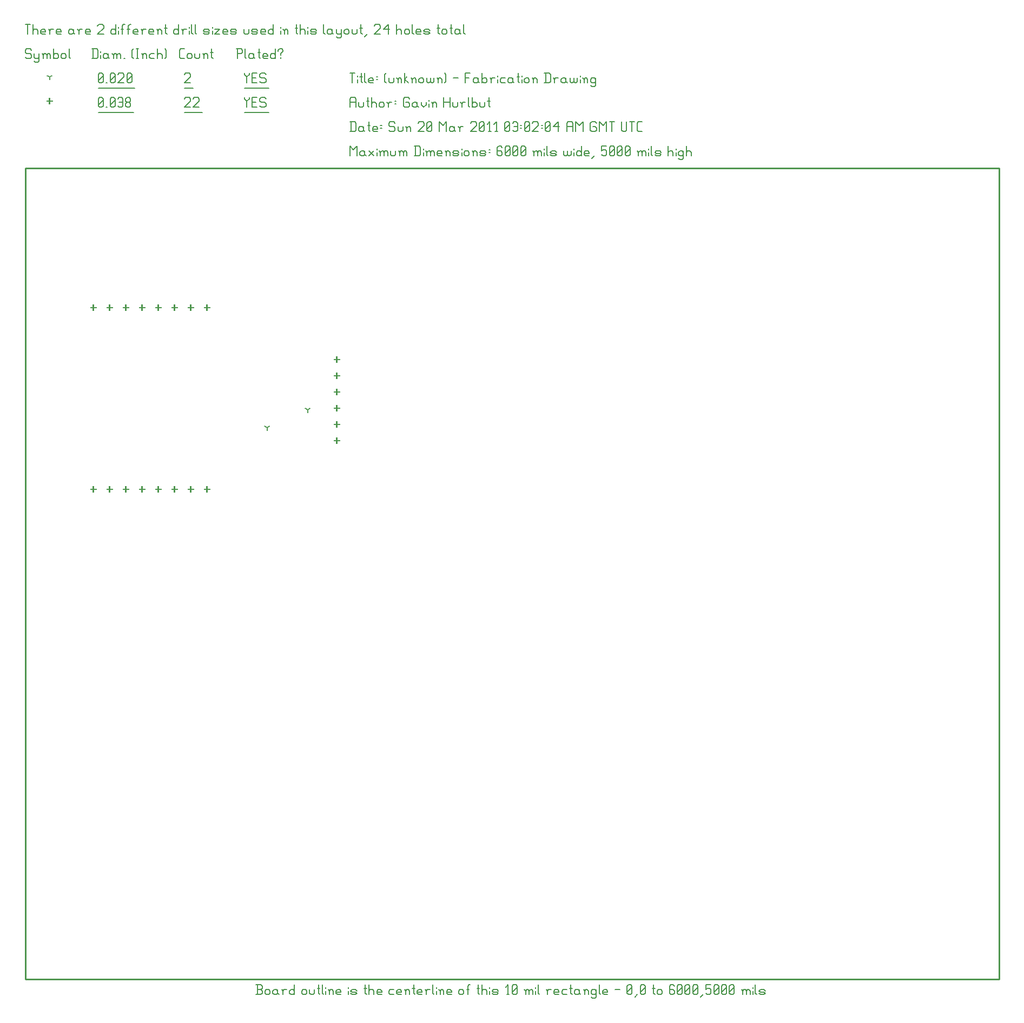
<source format=gbr>
G04 start of page 9 for group -3984 idx -3984 *
G04 Title: (unknown), fab *
G04 Creator: pcb 20091103 *
G04 CreationDate: Sun 20 Mar 2011 03:02:04 AM GMT UTC *
G04 For: gjhurlbu *
G04 Format: Gerber/RS-274X *
G04 PCB-Dimensions: 600000 500000 *
G04 PCB-Coordinate-Origin: lower left *
%MOIN*%
%FSLAX25Y25*%
%LNFAB*%
%ADD11C,0.0100*%
%ADD19R,0.0080X0.0080*%
%ADD20C,0.0060*%
G54D19*X42000Y303600D02*Y300400D01*
X40400Y302000D02*X43600D01*
X52000Y303600D02*Y300400D01*
X50400Y302000D02*X53600D01*
X62000Y303600D02*Y300400D01*
X60400Y302000D02*X63600D01*
X72000Y303600D02*Y300400D01*
X70400Y302000D02*X73600D01*
X82000Y303600D02*Y300400D01*
X80400Y302000D02*X83600D01*
X92000Y303600D02*Y300400D01*
X90400Y302000D02*X93600D01*
X102000Y303600D02*Y300400D01*
X100400Y302000D02*X103600D01*
X112000Y303600D02*Y300400D01*
X110400Y302000D02*X113600D01*
X42000Y415600D02*Y412400D01*
X40400Y414000D02*X43600D01*
X52000Y415600D02*Y412400D01*
X50400Y414000D02*X53600D01*
X62000Y415600D02*Y412400D01*
X60400Y414000D02*X63600D01*
X72000Y415600D02*Y412400D01*
X70400Y414000D02*X73600D01*
X82000Y415600D02*Y412400D01*
X80400Y414000D02*X83600D01*
X92000Y415600D02*Y412400D01*
X90400Y414000D02*X93600D01*
X102000Y415600D02*Y412400D01*
X100400Y414000D02*X103600D01*
X112000Y415600D02*Y412400D01*
X110400Y414000D02*X113600D01*
X192000Y383600D02*Y380400D01*
X190400Y382000D02*X193600D01*
X192000Y373600D02*Y370400D01*
X190400Y372000D02*X193600D01*
X192000Y363600D02*Y360400D01*
X190400Y362000D02*X193600D01*
X192000Y353600D02*Y350400D01*
X190400Y352000D02*X193600D01*
X192000Y343600D02*Y340400D01*
X190400Y342000D02*X193600D01*
X192000Y333600D02*Y330400D01*
X190400Y332000D02*X193600D01*
X15000Y542850D02*Y539650D01*
X13400Y541250D02*X16600D01*
G54D20*X135000Y543500D02*Y542750D01*
X136500Y541250D01*
X138000Y542750D01*
Y543500D02*Y542750D01*
X136500Y541250D02*Y537500D01*
X139801Y540500D02*X142051D01*
X139801Y537500D02*X142801D01*
X139801Y543500D02*Y537500D01*
Y543500D02*X142801D01*
X147603D02*X148353Y542750D01*
X145353Y543500D02*X147603D01*
X144603Y542750D02*X145353Y543500D01*
X144603Y542750D02*Y541250D01*
X145353Y540500D01*
X147603D01*
X148353Y539750D01*
Y538250D01*
X147603Y537500D02*X148353Y538250D01*
X145353Y537500D02*X147603D01*
X144603Y538250D02*X145353Y537500D01*
X135000Y534249D02*X150154D01*
X98000Y542750D02*X98750Y543500D01*
X101000D01*
X101750Y542750D01*
Y541250D01*
X98000Y537500D02*X101750Y541250D01*
X98000Y537500D02*X101750D01*
X103551Y542750D02*X104301Y543500D01*
X106551D01*
X107301Y542750D01*
Y541250D01*
X103551Y537500D02*X107301Y541250D01*
X103551Y537500D02*X107301D01*
X98000Y534249D02*X109103D01*
X45000Y538250D02*X45750Y537500D01*
X45000Y542750D02*Y538250D01*
Y542750D02*X45750Y543500D01*
X47250D01*
X48000Y542750D01*
Y538250D01*
X47250Y537500D02*X48000Y538250D01*
X45750Y537500D02*X47250D01*
X45000Y539000D02*X48000Y542000D01*
X49801Y537500D02*X50551D01*
X52353Y538250D02*X53103Y537500D01*
X52353Y542750D02*Y538250D01*
Y542750D02*X53103Y543500D01*
X54603D01*
X55353Y542750D01*
Y538250D01*
X54603Y537500D02*X55353Y538250D01*
X53103Y537500D02*X54603D01*
X52353Y539000D02*X55353Y542000D01*
X57154Y542750D02*X57904Y543500D01*
X59404D01*
X60154Y542750D01*
Y538250D01*
X59404Y537500D02*X60154Y538250D01*
X57904Y537500D02*X59404D01*
X57154Y538250D02*X57904Y537500D01*
Y540500D02*X60154D01*
X61956Y538250D02*X62706Y537500D01*
X61956Y539750D02*Y538250D01*
Y539750D02*X62706Y540500D01*
X64206D01*
X64956Y539750D01*
Y538250D01*
X64206Y537500D02*X64956Y538250D01*
X62706Y537500D02*X64206D01*
X61956Y541250D02*X62706Y540500D01*
X61956Y542750D02*Y541250D01*
Y542750D02*X62706Y543500D01*
X64206D01*
X64956Y542750D01*
Y541250D01*
X64206Y540500D02*X64956Y541250D01*
X45000Y534249D02*X66757D01*
X174000Y351000D02*Y349400D01*
Y351000D02*X175386Y351800D01*
X174000Y351000D02*X172614Y351800D01*
X149000Y340000D02*Y338400D01*
Y340000D02*X150386Y340800D01*
X149000Y340000D02*X147614Y340800D01*
X15000Y556250D02*Y554650D01*
Y556250D02*X16386Y557050D01*
X15000Y556250D02*X13614Y557050D01*
X135000Y558500D02*Y557750D01*
X136500Y556250D01*
X138000Y557750D01*
Y558500D02*Y557750D01*
X136500Y556250D02*Y552500D01*
X139801Y555500D02*X142051D01*
X139801Y552500D02*X142801D01*
X139801Y558500D02*Y552500D01*
Y558500D02*X142801D01*
X147603D02*X148353Y557750D01*
X145353Y558500D02*X147603D01*
X144603Y557750D02*X145353Y558500D01*
X144603Y557750D02*Y556250D01*
X145353Y555500D01*
X147603D01*
X148353Y554750D01*
Y553250D01*
X147603Y552500D02*X148353Y553250D01*
X145353Y552500D02*X147603D01*
X144603Y553250D02*X145353Y552500D01*
X135000Y549249D02*X150154D01*
X98000Y557750D02*X98750Y558500D01*
X101000D01*
X101750Y557750D01*
Y556250D01*
X98000Y552500D02*X101750Y556250D01*
X98000Y552500D02*X101750D01*
X98000Y549249D02*X103551D01*
X45000Y553250D02*X45750Y552500D01*
X45000Y557750D02*Y553250D01*
Y557750D02*X45750Y558500D01*
X47250D01*
X48000Y557750D01*
Y553250D01*
X47250Y552500D02*X48000Y553250D01*
X45750Y552500D02*X47250D01*
X45000Y554000D02*X48000Y557000D01*
X49801Y552500D02*X50551D01*
X52353Y553250D02*X53103Y552500D01*
X52353Y557750D02*Y553250D01*
Y557750D02*X53103Y558500D01*
X54603D01*
X55353Y557750D01*
Y553250D01*
X54603Y552500D02*X55353Y553250D01*
X53103Y552500D02*X54603D01*
X52353Y554000D02*X55353Y557000D01*
X57154Y557750D02*X57904Y558500D01*
X60154D01*
X60904Y557750D01*
Y556250D01*
X57154Y552500D02*X60904Y556250D01*
X57154Y552500D02*X60904D01*
X62706Y553250D02*X63456Y552500D01*
X62706Y557750D02*Y553250D01*
Y557750D02*X63456Y558500D01*
X64956D01*
X65706Y557750D01*
Y553250D01*
X64956Y552500D02*X65706Y553250D01*
X63456Y552500D02*X64956D01*
X62706Y554000D02*X65706Y557000D01*
X45000Y549249D02*X67507D01*
X3000Y573500D02*X3750Y572750D01*
X750Y573500D02*X3000D01*
X0Y572750D02*X750Y573500D01*
X0Y572750D02*Y571250D01*
X750Y570500D01*
X3000D01*
X3750Y569750D01*
Y568250D01*
X3000Y567500D02*X3750Y568250D01*
X750Y567500D02*X3000D01*
X0Y568250D02*X750Y567500D01*
X5551Y570500D02*Y568250D01*
X6301Y567500D01*
X8551Y570500D02*Y566000D01*
X7801Y565250D02*X8551Y566000D01*
X6301Y565250D02*X7801D01*
X5551Y566000D02*X6301Y565250D01*
Y567500D02*X7801D01*
X8551Y568250D01*
X11103Y569750D02*Y567500D01*
Y569750D02*X11853Y570500D01*
X12603D01*
X13353Y569750D01*
Y567500D01*
Y569750D02*X14103Y570500D01*
X14853D01*
X15603Y569750D01*
Y567500D01*
X10353Y570500D02*X11103Y569750D01*
X17404Y573500D02*Y567500D01*
Y568250D02*X18154Y567500D01*
X19654D01*
X20404Y568250D01*
Y569750D02*Y568250D01*
X19654Y570500D02*X20404Y569750D01*
X18154Y570500D02*X19654D01*
X17404Y569750D02*X18154Y570500D01*
X22206Y569750D02*Y568250D01*
Y569750D02*X22956Y570500D01*
X24456D01*
X25206Y569750D01*
Y568250D01*
X24456Y567500D02*X25206Y568250D01*
X22956Y567500D02*X24456D01*
X22206Y568250D02*X22956Y567500D01*
X27007Y573500D02*Y568250D01*
X27757Y567500D01*
X41750Y573500D02*Y567500D01*
X44000Y573500D02*X44750Y572750D01*
Y568250D01*
X44000Y567500D02*X44750Y568250D01*
X41000Y567500D02*X44000D01*
X41000Y573500D02*X44000D01*
X46551Y572000D02*Y571250D01*
Y569750D02*Y567500D01*
X50303Y570500D02*X51053Y569750D01*
X48803Y570500D02*X50303D01*
X48053Y569750D02*X48803Y570500D01*
X48053Y569750D02*Y568250D01*
X48803Y567500D01*
X51053Y570500D02*Y568250D01*
X51803Y567500D01*
X48803D02*X50303D01*
X51053Y568250D01*
X54354Y569750D02*Y567500D01*
Y569750D02*X55104Y570500D01*
X55854D01*
X56604Y569750D01*
Y567500D01*
Y569750D02*X57354Y570500D01*
X58104D01*
X58854Y569750D01*
Y567500D01*
X53604Y570500D02*X54354Y569750D01*
X60656Y567500D02*X61406D01*
X65907Y568250D02*X66657Y567500D01*
X65907Y572750D02*X66657Y573500D01*
X65907Y572750D02*Y568250D01*
X68459Y573500D02*X69959D01*
X69209D02*Y567500D01*
X68459D02*X69959D01*
X72510Y569750D02*Y567500D01*
Y569750D02*X73260Y570500D01*
X74010D01*
X74760Y569750D01*
Y567500D01*
X71760Y570500D02*X72510Y569750D01*
X77312Y570500D02*X79562D01*
X76562Y569750D02*X77312Y570500D01*
X76562Y569750D02*Y568250D01*
X77312Y567500D01*
X79562D01*
X81363Y573500D02*Y567500D01*
Y569750D02*X82113Y570500D01*
X83613D01*
X84363Y569750D01*
Y567500D01*
X86165Y573500D02*X86915Y572750D01*
Y568250D01*
X86165Y567500D02*X86915Y568250D01*
X95750Y567500D02*X98000D01*
X95000Y568250D02*X95750Y567500D01*
X95000Y572750D02*Y568250D01*
Y572750D02*X95750Y573500D01*
X98000D01*
X99801Y569750D02*Y568250D01*
Y569750D02*X100551Y570500D01*
X102051D01*
X102801Y569750D01*
Y568250D01*
X102051Y567500D02*X102801Y568250D01*
X100551Y567500D02*X102051D01*
X99801Y568250D02*X100551Y567500D01*
X104603Y570500D02*Y568250D01*
X105353Y567500D01*
X106853D01*
X107603Y568250D01*
Y570500D02*Y568250D01*
X110154Y569750D02*Y567500D01*
Y569750D02*X110904Y570500D01*
X111654D01*
X112404Y569750D01*
Y567500D01*
X109404Y570500D02*X110154Y569750D01*
X114956Y573500D02*Y568250D01*
X115706Y567500D01*
X114206Y571250D02*X115706D01*
X130750Y573500D02*Y567500D01*
X130000Y573500D02*X133000D01*
X133750Y572750D01*
Y571250D01*
X133000Y570500D02*X133750Y571250D01*
X130750Y570500D02*X133000D01*
X135551Y573500D02*Y568250D01*
X136301Y567500D01*
X140053Y570500D02*X140803Y569750D01*
X138553Y570500D02*X140053D01*
X137803Y569750D02*X138553Y570500D01*
X137803Y569750D02*Y568250D01*
X138553Y567500D01*
X140803Y570500D02*Y568250D01*
X141553Y567500D01*
X138553D02*X140053D01*
X140803Y568250D01*
X144104Y573500D02*Y568250D01*
X144854Y567500D01*
X143354Y571250D02*X144854D01*
X147106Y567500D02*X149356D01*
X146356Y568250D02*X147106Y567500D01*
X146356Y569750D02*Y568250D01*
Y569750D02*X147106Y570500D01*
X148606D01*
X149356Y569750D01*
X146356Y569000D02*X149356D01*
Y569750D02*Y569000D01*
X154157Y573500D02*Y567500D01*
X153407D02*X154157Y568250D01*
X151907Y567500D02*X153407D01*
X151157Y568250D02*X151907Y567500D01*
X151157Y569750D02*Y568250D01*
Y569750D02*X151907Y570500D01*
X153407D01*
X154157Y569750D01*
X157459Y570500D02*Y569750D01*
Y568250D02*Y567500D01*
X155959Y572750D02*Y572000D01*
Y572750D02*X156709Y573500D01*
X158209D01*
X158959Y572750D01*
Y572000D01*
X157459Y570500D02*X158959Y572000D01*
X0Y588500D02*X3000D01*
X1500D02*Y582500D01*
X4801Y588500D02*Y582500D01*
Y584750D02*X5551Y585500D01*
X7051D01*
X7801Y584750D01*
Y582500D01*
X10353D02*X12603D01*
X9603Y583250D02*X10353Y582500D01*
X9603Y584750D02*Y583250D01*
Y584750D02*X10353Y585500D01*
X11853D01*
X12603Y584750D01*
X9603Y584000D02*X12603D01*
Y584750D02*Y584000D01*
X15154Y584750D02*Y582500D01*
Y584750D02*X15904Y585500D01*
X17404D01*
X14404D02*X15154Y584750D01*
X19956Y582500D02*X22206D01*
X19206Y583250D02*X19956Y582500D01*
X19206Y584750D02*Y583250D01*
Y584750D02*X19956Y585500D01*
X21456D01*
X22206Y584750D01*
X19206Y584000D02*X22206D01*
Y584750D02*Y584000D01*
X28957Y585500D02*X29707Y584750D01*
X27457Y585500D02*X28957D01*
X26707Y584750D02*X27457Y585500D01*
X26707Y584750D02*Y583250D01*
X27457Y582500D01*
X29707Y585500D02*Y583250D01*
X30457Y582500D01*
X27457D02*X28957D01*
X29707Y583250D01*
X33009Y584750D02*Y582500D01*
Y584750D02*X33759Y585500D01*
X35259D01*
X32259D02*X33009Y584750D01*
X37810Y582500D02*X40060D01*
X37060Y583250D02*X37810Y582500D01*
X37060Y584750D02*Y583250D01*
Y584750D02*X37810Y585500D01*
X39310D01*
X40060Y584750D01*
X37060Y584000D02*X40060D01*
Y584750D02*Y584000D01*
X44562Y587750D02*X45312Y588500D01*
X47562D01*
X48312Y587750D01*
Y586250D01*
X44562Y582500D02*X48312Y586250D01*
X44562Y582500D02*X48312D01*
X55813Y588500D02*Y582500D01*
X55063D02*X55813Y583250D01*
X53563Y582500D02*X55063D01*
X52813Y583250D02*X53563Y582500D01*
X52813Y584750D02*Y583250D01*
Y584750D02*X53563Y585500D01*
X55063D01*
X55813Y584750D01*
X57615Y587000D02*Y586250D01*
Y584750D02*Y582500D01*
X59866Y587750D02*Y582500D01*
Y587750D02*X60616Y588500D01*
X61366D01*
X59116Y585500D02*X60616D01*
X63618Y587750D02*Y582500D01*
Y587750D02*X64368Y588500D01*
X65118D01*
X62868Y585500D02*X64368D01*
X67369Y582500D02*X69619D01*
X66619Y583250D02*X67369Y582500D01*
X66619Y584750D02*Y583250D01*
Y584750D02*X67369Y585500D01*
X68869D01*
X69619Y584750D01*
X66619Y584000D02*X69619D01*
Y584750D02*Y584000D01*
X72171Y584750D02*Y582500D01*
Y584750D02*X72921Y585500D01*
X74421D01*
X71421D02*X72171Y584750D01*
X76972Y582500D02*X79222D01*
X76222Y583250D02*X76972Y582500D01*
X76222Y584750D02*Y583250D01*
Y584750D02*X76972Y585500D01*
X78472D01*
X79222Y584750D01*
X76222Y584000D02*X79222D01*
Y584750D02*Y584000D01*
X81774Y584750D02*Y582500D01*
Y584750D02*X82524Y585500D01*
X83274D01*
X84024Y584750D01*
Y582500D01*
X81024Y585500D02*X81774Y584750D01*
X86575Y588500D02*Y583250D01*
X87325Y582500D01*
X85825Y586250D02*X87325D01*
X94527Y588500D02*Y582500D01*
X93777D02*X94527Y583250D01*
X92277Y582500D02*X93777D01*
X91527Y583250D02*X92277Y582500D01*
X91527Y584750D02*Y583250D01*
Y584750D02*X92277Y585500D01*
X93777D01*
X94527Y584750D01*
X97078D02*Y582500D01*
Y584750D02*X97828Y585500D01*
X99328D01*
X96328D02*X97078Y584750D01*
X101130Y587000D02*Y586250D01*
Y584750D02*Y582500D01*
X102631Y588500D02*Y583250D01*
X103381Y582500D01*
X104883Y588500D02*Y583250D01*
X105633Y582500D01*
X110584D02*X112834D01*
X113584Y583250D01*
X112834Y584000D02*X113584Y583250D01*
X110584Y584000D02*X112834D01*
X109834Y584750D02*X110584Y584000D01*
X109834Y584750D02*X110584Y585500D01*
X112834D01*
X113584Y584750D01*
X109834Y583250D02*X110584Y582500D01*
X115386Y587000D02*Y586250D01*
Y584750D02*Y582500D01*
X116887Y585500D02*X119887D01*
X116887Y582500D02*X119887Y585500D01*
X116887Y582500D02*X119887D01*
X122439D02*X124689D01*
X121689Y583250D02*X122439Y582500D01*
X121689Y584750D02*Y583250D01*
Y584750D02*X122439Y585500D01*
X123939D01*
X124689Y584750D01*
X121689Y584000D02*X124689D01*
Y584750D02*Y584000D01*
X127240Y582500D02*X129490D01*
X130240Y583250D01*
X129490Y584000D02*X130240Y583250D01*
X127240Y584000D02*X129490D01*
X126490Y584750D02*X127240Y584000D01*
X126490Y584750D02*X127240Y585500D01*
X129490D01*
X130240Y584750D01*
X126490Y583250D02*X127240Y582500D01*
X134742Y585500D02*Y583250D01*
X135492Y582500D01*
X136992D01*
X137742Y583250D01*
Y585500D02*Y583250D01*
X140293Y582500D02*X142543D01*
X143293Y583250D01*
X142543Y584000D02*X143293Y583250D01*
X140293Y584000D02*X142543D01*
X139543Y584750D02*X140293Y584000D01*
X139543Y584750D02*X140293Y585500D01*
X142543D01*
X143293Y584750D01*
X139543Y583250D02*X140293Y582500D01*
X145845D02*X148095D01*
X145095Y583250D02*X145845Y582500D01*
X145095Y584750D02*Y583250D01*
Y584750D02*X145845Y585500D01*
X147345D01*
X148095Y584750D01*
X145095Y584000D02*X148095D01*
Y584750D02*Y584000D01*
X152896Y588500D02*Y582500D01*
X152146D02*X152896Y583250D01*
X150646Y582500D02*X152146D01*
X149896Y583250D02*X150646Y582500D01*
X149896Y584750D02*Y583250D01*
Y584750D02*X150646Y585500D01*
X152146D01*
X152896Y584750D01*
X157398Y587000D02*Y586250D01*
Y584750D02*Y582500D01*
X159649Y584750D02*Y582500D01*
Y584750D02*X160399Y585500D01*
X161149D01*
X161899Y584750D01*
Y582500D01*
X158899Y585500D02*X159649Y584750D01*
X167151Y588500D02*Y583250D01*
X167901Y582500D01*
X166401Y586250D02*X167901D01*
X169402Y588500D02*Y582500D01*
Y584750D02*X170152Y585500D01*
X171652D01*
X172402Y584750D01*
Y582500D01*
X174204Y587000D02*Y586250D01*
Y584750D02*Y582500D01*
X176455D02*X178705D01*
X179455Y583250D01*
X178705Y584000D02*X179455Y583250D01*
X176455Y584000D02*X178705D01*
X175705Y584750D02*X176455Y584000D01*
X175705Y584750D02*X176455Y585500D01*
X178705D01*
X179455Y584750D01*
X175705Y583250D02*X176455Y582500D01*
X183957Y588500D02*Y583250D01*
X184707Y582500D01*
X188458Y585500D02*X189208Y584750D01*
X186958Y585500D02*X188458D01*
X186208Y584750D02*X186958Y585500D01*
X186208Y584750D02*Y583250D01*
X186958Y582500D01*
X189208Y585500D02*Y583250D01*
X189958Y582500D01*
X186958D02*X188458D01*
X189208Y583250D01*
X191760Y585500D02*Y583250D01*
X192510Y582500D01*
X194760Y585500D02*Y581000D01*
X194010Y580250D02*X194760Y581000D01*
X192510Y580250D02*X194010D01*
X191760Y581000D02*X192510Y580250D01*
Y582500D02*X194010D01*
X194760Y583250D01*
X196561Y584750D02*Y583250D01*
Y584750D02*X197311Y585500D01*
X198811D01*
X199561Y584750D01*
Y583250D01*
X198811Y582500D02*X199561Y583250D01*
X197311Y582500D02*X198811D01*
X196561Y583250D02*X197311Y582500D01*
X201363Y585500D02*Y583250D01*
X202113Y582500D01*
X203613D01*
X204363Y583250D01*
Y585500D02*Y583250D01*
X206914Y588500D02*Y583250D01*
X207664Y582500D01*
X206164Y586250D02*X207664D01*
X209166Y581000D02*X210666Y582500D01*
X215167Y587750D02*X215917Y588500D01*
X218167D01*
X218917Y587750D01*
Y586250D01*
X215167Y582500D02*X218917Y586250D01*
X215167Y582500D02*X218917D01*
X220719Y585500D02*X223719Y588500D01*
X220719Y585500D02*X224469D01*
X223719Y588500D02*Y582500D01*
X228970Y588500D02*Y582500D01*
Y584750D02*X229720Y585500D01*
X231220D01*
X231970Y584750D01*
Y582500D01*
X233772Y584750D02*Y583250D01*
Y584750D02*X234522Y585500D01*
X236022D01*
X236772Y584750D01*
Y583250D01*
X236022Y582500D02*X236772Y583250D01*
X234522Y582500D02*X236022D01*
X233772Y583250D02*X234522Y582500D01*
X238573Y588500D02*Y583250D01*
X239323Y582500D01*
X241575D02*X243825D01*
X240825Y583250D02*X241575Y582500D01*
X240825Y584750D02*Y583250D01*
Y584750D02*X241575Y585500D01*
X243075D01*
X243825Y584750D01*
X240825Y584000D02*X243825D01*
Y584750D02*Y584000D01*
X246376Y582500D02*X248626D01*
X249376Y583250D01*
X248626Y584000D02*X249376Y583250D01*
X246376Y584000D02*X248626D01*
X245626Y584750D02*X246376Y584000D01*
X245626Y584750D02*X246376Y585500D01*
X248626D01*
X249376Y584750D01*
X245626Y583250D02*X246376Y582500D01*
X254628Y588500D02*Y583250D01*
X255378Y582500D01*
X253878Y586250D02*X255378D01*
X256879Y584750D02*Y583250D01*
Y584750D02*X257629Y585500D01*
X259129D01*
X259879Y584750D01*
Y583250D01*
X259129Y582500D02*X259879Y583250D01*
X257629Y582500D02*X259129D01*
X256879Y583250D02*X257629Y582500D01*
X262431Y588500D02*Y583250D01*
X263181Y582500D01*
X261681Y586250D02*X263181D01*
X266932Y585500D02*X267682Y584750D01*
X265432Y585500D02*X266932D01*
X264682Y584750D02*X265432Y585500D01*
X264682Y584750D02*Y583250D01*
X265432Y582500D01*
X267682Y585500D02*Y583250D01*
X268432Y582500D01*
X265432D02*X266932D01*
X267682Y583250D01*
X270234Y588500D02*Y583250D01*
X270984Y582500D01*
G54D11*X0Y500000D02*X600000D01*
X0D02*Y0D01*
X600000Y500000D02*Y0D01*
X0D02*X600000D01*
G54D20*X200000Y513500D02*Y507500D01*
Y513500D02*X202250Y511250D01*
X204500Y513500D01*
Y507500D01*
X208551Y510500D02*X209301Y509750D01*
X207051Y510500D02*X208551D01*
X206301Y509750D02*X207051Y510500D01*
X206301Y509750D02*Y508250D01*
X207051Y507500D01*
X209301Y510500D02*Y508250D01*
X210051Y507500D01*
X207051D02*X208551D01*
X209301Y508250D01*
X211853Y510500D02*X214853Y507500D01*
X211853D02*X214853Y510500D01*
X216654Y512000D02*Y511250D01*
Y509750D02*Y507500D01*
X218906Y509750D02*Y507500D01*
Y509750D02*X219656Y510500D01*
X220406D01*
X221156Y509750D01*
Y507500D01*
Y509750D02*X221906Y510500D01*
X222656D01*
X223406Y509750D01*
Y507500D01*
X218156Y510500D02*X218906Y509750D01*
X225207Y510500D02*Y508250D01*
X225957Y507500D01*
X227457D01*
X228207Y508250D01*
Y510500D02*Y508250D01*
X230759Y509750D02*Y507500D01*
Y509750D02*X231509Y510500D01*
X232259D01*
X233009Y509750D01*
Y507500D01*
Y509750D02*X233759Y510500D01*
X234509D01*
X235259Y509750D01*
Y507500D01*
X230009Y510500D02*X230759Y509750D01*
X240510Y513500D02*Y507500D01*
X242760Y513500D02*X243510Y512750D01*
Y508250D01*
X242760Y507500D02*X243510Y508250D01*
X239760Y507500D02*X242760D01*
X239760Y513500D02*X242760D01*
X245312Y512000D02*Y511250D01*
Y509750D02*Y507500D01*
X247563Y509750D02*Y507500D01*
Y509750D02*X248313Y510500D01*
X249063D01*
X249813Y509750D01*
Y507500D01*
Y509750D02*X250563Y510500D01*
X251313D01*
X252063Y509750D01*
Y507500D01*
X246813Y510500D02*X247563Y509750D01*
X254615Y507500D02*X256865D01*
X253865Y508250D02*X254615Y507500D01*
X253865Y509750D02*Y508250D01*
Y509750D02*X254615Y510500D01*
X256115D01*
X256865Y509750D01*
X253865Y509000D02*X256865D01*
Y509750D02*Y509000D01*
X259416Y509750D02*Y507500D01*
Y509750D02*X260166Y510500D01*
X260916D01*
X261666Y509750D01*
Y507500D01*
X258666Y510500D02*X259416Y509750D01*
X264218Y507500D02*X266468D01*
X267218Y508250D01*
X266468Y509000D02*X267218Y508250D01*
X264218Y509000D02*X266468D01*
X263468Y509750D02*X264218Y509000D01*
X263468Y509750D02*X264218Y510500D01*
X266468D01*
X267218Y509750D01*
X263468Y508250D02*X264218Y507500D01*
X269019Y512000D02*Y511250D01*
Y509750D02*Y507500D01*
X270521Y509750D02*Y508250D01*
Y509750D02*X271271Y510500D01*
X272771D01*
X273521Y509750D01*
Y508250D01*
X272771Y507500D02*X273521Y508250D01*
X271271Y507500D02*X272771D01*
X270521Y508250D02*X271271Y507500D01*
X276072Y509750D02*Y507500D01*
Y509750D02*X276822Y510500D01*
X277572D01*
X278322Y509750D01*
Y507500D01*
X275322Y510500D02*X276072Y509750D01*
X280874Y507500D02*X283124D01*
X283874Y508250D01*
X283124Y509000D02*X283874Y508250D01*
X280874Y509000D02*X283124D01*
X280124Y509750D02*X280874Y509000D01*
X280124Y509750D02*X280874Y510500D01*
X283124D01*
X283874Y509750D01*
X280124Y508250D02*X280874Y507500D01*
X285675Y511250D02*X286425D01*
X285675Y509750D02*X286425D01*
X293177Y513500D02*X293927Y512750D01*
X291677Y513500D02*X293177D01*
X290927Y512750D02*X291677Y513500D01*
X290927Y512750D02*Y508250D01*
X291677Y507500D01*
X293177Y510500D02*X293927Y509750D01*
X290927Y510500D02*X293177D01*
X291677Y507500D02*X293177D01*
X293927Y508250D01*
Y509750D02*Y508250D01*
X295728D02*X296478Y507500D01*
X295728Y512750D02*Y508250D01*
Y512750D02*X296478Y513500D01*
X297978D01*
X298728Y512750D01*
Y508250D01*
X297978Y507500D02*X298728Y508250D01*
X296478Y507500D02*X297978D01*
X295728Y509000D02*X298728Y512000D01*
X300530Y508250D02*X301280Y507500D01*
X300530Y512750D02*Y508250D01*
Y512750D02*X301280Y513500D01*
X302780D01*
X303530Y512750D01*
Y508250D01*
X302780Y507500D02*X303530Y508250D01*
X301280Y507500D02*X302780D01*
X300530Y509000D02*X303530Y512000D01*
X305331Y508250D02*X306081Y507500D01*
X305331Y512750D02*Y508250D01*
Y512750D02*X306081Y513500D01*
X307581D01*
X308331Y512750D01*
Y508250D01*
X307581Y507500D02*X308331Y508250D01*
X306081Y507500D02*X307581D01*
X305331Y509000D02*X308331Y512000D01*
X313583Y509750D02*Y507500D01*
Y509750D02*X314333Y510500D01*
X315083D01*
X315833Y509750D01*
Y507500D01*
Y509750D02*X316583Y510500D01*
X317333D01*
X318083Y509750D01*
Y507500D01*
X312833Y510500D02*X313583Y509750D01*
X319884Y512000D02*Y511250D01*
Y509750D02*Y507500D01*
X321386Y513500D02*Y508250D01*
X322136Y507500D01*
X324387D02*X326637D01*
X327387Y508250D01*
X326637Y509000D02*X327387Y508250D01*
X324387Y509000D02*X326637D01*
X323637Y509750D02*X324387Y509000D01*
X323637Y509750D02*X324387Y510500D01*
X326637D01*
X327387Y509750D01*
X323637Y508250D02*X324387Y507500D01*
X331889Y510500D02*Y508250D01*
X332639Y507500D01*
X333389D01*
X334139Y508250D01*
Y510500D02*Y508250D01*
X334889Y507500D01*
X335639D01*
X336389Y508250D01*
Y510500D02*Y508250D01*
X338190Y512000D02*Y511250D01*
Y509750D02*Y507500D01*
X342692Y513500D02*Y507500D01*
X341942D02*X342692Y508250D01*
X340442Y507500D02*X341942D01*
X339692Y508250D02*X340442Y507500D01*
X339692Y509750D02*Y508250D01*
Y509750D02*X340442Y510500D01*
X341942D01*
X342692Y509750D01*
X345243Y507500D02*X347493D01*
X344493Y508250D02*X345243Y507500D01*
X344493Y509750D02*Y508250D01*
Y509750D02*X345243Y510500D01*
X346743D01*
X347493Y509750D01*
X344493Y509000D02*X347493D01*
Y509750D02*Y509000D01*
X349295Y506000D02*X350795Y507500D01*
X355296Y513500D02*X358296D01*
X355296D02*Y510500D01*
X356046Y511250D01*
X357546D01*
X358296Y510500D01*
Y508250D01*
X357546Y507500D02*X358296Y508250D01*
X356046Y507500D02*X357546D01*
X355296Y508250D02*X356046Y507500D01*
X360098Y508250D02*X360848Y507500D01*
X360098Y512750D02*Y508250D01*
Y512750D02*X360848Y513500D01*
X362348D01*
X363098Y512750D01*
Y508250D01*
X362348Y507500D02*X363098Y508250D01*
X360848Y507500D02*X362348D01*
X360098Y509000D02*X363098Y512000D01*
X364899Y508250D02*X365649Y507500D01*
X364899Y512750D02*Y508250D01*
Y512750D02*X365649Y513500D01*
X367149D01*
X367899Y512750D01*
Y508250D01*
X367149Y507500D02*X367899Y508250D01*
X365649Y507500D02*X367149D01*
X364899Y509000D02*X367899Y512000D01*
X369701Y508250D02*X370451Y507500D01*
X369701Y512750D02*Y508250D01*
Y512750D02*X370451Y513500D01*
X371951D01*
X372701Y512750D01*
Y508250D01*
X371951Y507500D02*X372701Y508250D01*
X370451Y507500D02*X371951D01*
X369701Y509000D02*X372701Y512000D01*
X377952Y509750D02*Y507500D01*
Y509750D02*X378702Y510500D01*
X379452D01*
X380202Y509750D01*
Y507500D01*
Y509750D02*X380952Y510500D01*
X381702D01*
X382452Y509750D01*
Y507500D01*
X377202Y510500D02*X377952Y509750D01*
X384254Y512000D02*Y511250D01*
Y509750D02*Y507500D01*
X385755Y513500D02*Y508250D01*
X386505Y507500D01*
X388757D02*X391007D01*
X391757Y508250D01*
X391007Y509000D02*X391757Y508250D01*
X388757Y509000D02*X391007D01*
X388007Y509750D02*X388757Y509000D01*
X388007Y509750D02*X388757Y510500D01*
X391007D01*
X391757Y509750D01*
X388007Y508250D02*X388757Y507500D01*
X396258Y513500D02*Y507500D01*
Y509750D02*X397008Y510500D01*
X398508D01*
X399258Y509750D01*
Y507500D01*
X401060Y512000D02*Y511250D01*
Y509750D02*Y507500D01*
X404811Y510500D02*X405561Y509750D01*
X403311Y510500D02*X404811D01*
X402561Y509750D02*X403311Y510500D01*
X402561Y509750D02*Y508250D01*
X403311Y507500D01*
X404811D01*
X405561Y508250D01*
X402561Y506000D02*X403311Y505250D01*
X404811D01*
X405561Y506000D01*
Y510500D02*Y506000D01*
X407363Y513500D02*Y507500D01*
Y509750D02*X408113Y510500D01*
X409613D01*
X410363Y509750D01*
Y507500D01*
X142226Y-9500D02*X145226D01*
X145976Y-8750D01*
Y-7250D02*Y-8750D01*
X145226Y-6500D02*X145976Y-7250D01*
X142976Y-6500D02*X145226D01*
X142976Y-3500D02*Y-9500D01*
X142226Y-3500D02*X145226D01*
X145976Y-4250D01*
Y-5750D01*
X145226Y-6500D02*X145976Y-5750D01*
X147777Y-7250D02*Y-8750D01*
Y-7250D02*X148527Y-6500D01*
X150027D01*
X150777Y-7250D01*
Y-8750D01*
X150027Y-9500D02*X150777Y-8750D01*
X148527Y-9500D02*X150027D01*
X147777Y-8750D02*X148527Y-9500D01*
X154829Y-6500D02*X155579Y-7250D01*
X153329Y-6500D02*X154829D01*
X152579Y-7250D02*X153329Y-6500D01*
X152579Y-7250D02*Y-8750D01*
X153329Y-9500D01*
X155579Y-6500D02*Y-8750D01*
X156329Y-9500D01*
X153329D02*X154829D01*
X155579Y-8750D01*
X158880Y-7250D02*Y-9500D01*
Y-7250D02*X159630Y-6500D01*
X161130D01*
X158130D02*X158880Y-7250D01*
X165932Y-3500D02*Y-9500D01*
X165182D02*X165932Y-8750D01*
X163682Y-9500D02*X165182D01*
X162932Y-8750D02*X163682Y-9500D01*
X162932Y-7250D02*Y-8750D01*
Y-7250D02*X163682Y-6500D01*
X165182D01*
X165932Y-7250D01*
X170433D02*Y-8750D01*
Y-7250D02*X171183Y-6500D01*
X172683D01*
X173433Y-7250D01*
Y-8750D01*
X172683Y-9500D02*X173433Y-8750D01*
X171183Y-9500D02*X172683D01*
X170433Y-8750D02*X171183Y-9500D01*
X175235Y-6500D02*Y-8750D01*
X175985Y-9500D01*
X177485D01*
X178235Y-8750D01*
Y-6500D02*Y-8750D01*
X180786Y-3500D02*Y-8750D01*
X181536Y-9500D01*
X180036Y-5750D02*X181536D01*
X183038Y-3500D02*Y-8750D01*
X183788Y-9500D01*
X185289Y-5000D02*Y-5750D01*
Y-7250D02*Y-9500D01*
X187541Y-7250D02*Y-9500D01*
Y-7250D02*X188291Y-6500D01*
X189041D01*
X189791Y-7250D01*
Y-9500D01*
X186791Y-6500D02*X187541Y-7250D01*
X192342Y-9500D02*X194592D01*
X191592Y-8750D02*X192342Y-9500D01*
X191592Y-7250D02*Y-8750D01*
Y-7250D02*X192342Y-6500D01*
X193842D01*
X194592Y-7250D01*
X191592Y-8000D02*X194592D01*
Y-7250D02*Y-8000D01*
X199094Y-5000D02*Y-5750D01*
Y-7250D02*Y-9500D01*
X201345D02*X203595D01*
X204345Y-8750D01*
X203595Y-8000D02*X204345Y-8750D01*
X201345Y-8000D02*X203595D01*
X200595Y-7250D02*X201345Y-8000D01*
X200595Y-7250D02*X201345Y-6500D01*
X203595D01*
X204345Y-7250D01*
X200595Y-8750D02*X201345Y-9500D01*
X209597Y-3500D02*Y-8750D01*
X210347Y-9500D01*
X208847Y-5750D02*X210347D01*
X211848Y-3500D02*Y-9500D01*
Y-7250D02*X212598Y-6500D01*
X214098D01*
X214848Y-7250D01*
Y-9500D01*
X217400D02*X219650D01*
X216650Y-8750D02*X217400Y-9500D01*
X216650Y-7250D02*Y-8750D01*
Y-7250D02*X217400Y-6500D01*
X218900D01*
X219650Y-7250D01*
X216650Y-8000D02*X219650D01*
Y-7250D02*Y-8000D01*
X224901Y-6500D02*X227151D01*
X224151Y-7250D02*X224901Y-6500D01*
X224151Y-7250D02*Y-8750D01*
X224901Y-9500D01*
X227151D01*
X229703D02*X231953D01*
X228953Y-8750D02*X229703Y-9500D01*
X228953Y-7250D02*Y-8750D01*
Y-7250D02*X229703Y-6500D01*
X231203D01*
X231953Y-7250D01*
X228953Y-8000D02*X231953D01*
Y-7250D02*Y-8000D01*
X234504Y-7250D02*Y-9500D01*
Y-7250D02*X235254Y-6500D01*
X236004D01*
X236754Y-7250D01*
Y-9500D01*
X233754Y-6500D02*X234504Y-7250D01*
X239306Y-3500D02*Y-8750D01*
X240056Y-9500D01*
X238556Y-5750D02*X240056D01*
X242307Y-9500D02*X244557D01*
X241557Y-8750D02*X242307Y-9500D01*
X241557Y-7250D02*Y-8750D01*
Y-7250D02*X242307Y-6500D01*
X243807D01*
X244557Y-7250D01*
X241557Y-8000D02*X244557D01*
Y-7250D02*Y-8000D01*
X247109Y-7250D02*Y-9500D01*
Y-7250D02*X247859Y-6500D01*
X249359D01*
X246359D02*X247109Y-7250D01*
X251160Y-3500D02*Y-8750D01*
X251910Y-9500D01*
X253412Y-5000D02*Y-5750D01*
Y-7250D02*Y-9500D01*
X255663Y-7250D02*Y-9500D01*
Y-7250D02*X256413Y-6500D01*
X257163D01*
X257913Y-7250D01*
Y-9500D01*
X254913Y-6500D02*X255663Y-7250D01*
X260465Y-9500D02*X262715D01*
X259715Y-8750D02*X260465Y-9500D01*
X259715Y-7250D02*Y-8750D01*
Y-7250D02*X260465Y-6500D01*
X261965D01*
X262715Y-7250D01*
X259715Y-8000D02*X262715D01*
Y-7250D02*Y-8000D01*
X267216Y-7250D02*Y-8750D01*
Y-7250D02*X267966Y-6500D01*
X269466D01*
X270216Y-7250D01*
Y-8750D01*
X269466Y-9500D02*X270216Y-8750D01*
X267966Y-9500D02*X269466D01*
X267216Y-8750D02*X267966Y-9500D01*
X272768Y-4250D02*Y-9500D01*
Y-4250D02*X273518Y-3500D01*
X274268D01*
X272018Y-6500D02*X273518D01*
X279219Y-3500D02*Y-8750D01*
X279969Y-9500D01*
X278469Y-5750D02*X279969D01*
X281471Y-3500D02*Y-9500D01*
Y-7250D02*X282221Y-6500D01*
X283721D01*
X284471Y-7250D01*
Y-9500D01*
X286272Y-5000D02*Y-5750D01*
Y-7250D02*Y-9500D01*
X288524D02*X290774D01*
X291524Y-8750D01*
X290774Y-8000D02*X291524Y-8750D01*
X288524Y-8000D02*X290774D01*
X287774Y-7250D02*X288524Y-8000D01*
X287774Y-7250D02*X288524Y-6500D01*
X290774D01*
X291524Y-7250D01*
X287774Y-8750D02*X288524Y-9500D01*
X296775D02*X298275D01*
X297525Y-3500D02*Y-9500D01*
X296025Y-5000D02*X297525Y-3500D01*
X300077Y-8750D02*X300827Y-9500D01*
X300077Y-4250D02*Y-8750D01*
Y-4250D02*X300827Y-3500D01*
X302327D01*
X303077Y-4250D01*
Y-8750D01*
X302327Y-9500D02*X303077Y-8750D01*
X300827Y-9500D02*X302327D01*
X300077Y-8000D02*X303077Y-5000D01*
X308328Y-7250D02*Y-9500D01*
Y-7250D02*X309078Y-6500D01*
X309828D01*
X310578Y-7250D01*
Y-9500D01*
Y-7250D02*X311328Y-6500D01*
X312078D01*
X312828Y-7250D01*
Y-9500D01*
X307578Y-6500D02*X308328Y-7250D01*
X314630Y-5000D02*Y-5750D01*
Y-7250D02*Y-9500D01*
X316131Y-3500D02*Y-8750D01*
X316881Y-9500D01*
X321833Y-7250D02*Y-9500D01*
Y-7250D02*X322583Y-6500D01*
X324083D01*
X321083D02*X321833Y-7250D01*
X326634Y-9500D02*X328884D01*
X325884Y-8750D02*X326634Y-9500D01*
X325884Y-7250D02*Y-8750D01*
Y-7250D02*X326634Y-6500D01*
X328134D01*
X328884Y-7250D01*
X325884Y-8000D02*X328884D01*
Y-7250D02*Y-8000D01*
X331436Y-6500D02*X333686D01*
X330686Y-7250D02*X331436Y-6500D01*
X330686Y-7250D02*Y-8750D01*
X331436Y-9500D01*
X333686D01*
X336237Y-3500D02*Y-8750D01*
X336987Y-9500D01*
X335487Y-5750D02*X336987D01*
X340739Y-6500D02*X341489Y-7250D01*
X339239Y-6500D02*X340739D01*
X338489Y-7250D02*X339239Y-6500D01*
X338489Y-7250D02*Y-8750D01*
X339239Y-9500D01*
X341489Y-6500D02*Y-8750D01*
X342239Y-9500D01*
X339239D02*X340739D01*
X341489Y-8750D01*
X344790Y-7250D02*Y-9500D01*
Y-7250D02*X345540Y-6500D01*
X346290D01*
X347040Y-7250D01*
Y-9500D01*
X344040Y-6500D02*X344790Y-7250D01*
X351092Y-6500D02*X351842Y-7250D01*
X349592Y-6500D02*X351092D01*
X348842Y-7250D02*X349592Y-6500D01*
X348842Y-7250D02*Y-8750D01*
X349592Y-9500D01*
X351092D01*
X351842Y-8750D01*
X348842Y-11000D02*X349592Y-11750D01*
X351092D01*
X351842Y-11000D01*
Y-6500D02*Y-11000D01*
X353643Y-3500D02*Y-8750D01*
X354393Y-9500D01*
X356645D02*X358895D01*
X355895Y-8750D02*X356645Y-9500D01*
X355895Y-7250D02*Y-8750D01*
Y-7250D02*X356645Y-6500D01*
X358145D01*
X358895Y-7250D01*
X355895Y-8000D02*X358895D01*
Y-7250D02*Y-8000D01*
X363396Y-6500D02*X366396D01*
X370898Y-8750D02*X371648Y-9500D01*
X370898Y-4250D02*Y-8750D01*
Y-4250D02*X371648Y-3500D01*
X373148D01*
X373898Y-4250D01*
Y-8750D01*
X373148Y-9500D02*X373898Y-8750D01*
X371648Y-9500D02*X373148D01*
X370898Y-8000D02*X373898Y-5000D01*
X375699Y-11000D02*X377199Y-9500D01*
X379001Y-8750D02*X379751Y-9500D01*
X379001Y-4250D02*Y-8750D01*
Y-4250D02*X379751Y-3500D01*
X381251D01*
X382001Y-4250D01*
Y-8750D01*
X381251Y-9500D02*X382001Y-8750D01*
X379751Y-9500D02*X381251D01*
X379001Y-8000D02*X382001Y-5000D01*
X387252Y-3500D02*Y-8750D01*
X388002Y-9500D01*
X386502Y-5750D02*X388002D01*
X389504Y-7250D02*Y-8750D01*
Y-7250D02*X390254Y-6500D01*
X391754D01*
X392504Y-7250D01*
Y-8750D01*
X391754Y-9500D02*X392504Y-8750D01*
X390254Y-9500D02*X391754D01*
X389504Y-8750D02*X390254Y-9500D01*
X399255Y-3500D02*X400005Y-4250D01*
X397755Y-3500D02*X399255D01*
X397005Y-4250D02*X397755Y-3500D01*
X397005Y-4250D02*Y-8750D01*
X397755Y-9500D01*
X399255Y-6500D02*X400005Y-7250D01*
X397005Y-6500D02*X399255D01*
X397755Y-9500D02*X399255D01*
X400005Y-8750D01*
Y-7250D02*Y-8750D01*
X401807D02*X402557Y-9500D01*
X401807Y-4250D02*Y-8750D01*
Y-4250D02*X402557Y-3500D01*
X404057D01*
X404807Y-4250D01*
Y-8750D01*
X404057Y-9500D02*X404807Y-8750D01*
X402557Y-9500D02*X404057D01*
X401807Y-8000D02*X404807Y-5000D01*
X406608Y-8750D02*X407358Y-9500D01*
X406608Y-4250D02*Y-8750D01*
Y-4250D02*X407358Y-3500D01*
X408858D01*
X409608Y-4250D01*
Y-8750D01*
X408858Y-9500D02*X409608Y-8750D01*
X407358Y-9500D02*X408858D01*
X406608Y-8000D02*X409608Y-5000D01*
X411410Y-8750D02*X412160Y-9500D01*
X411410Y-4250D02*Y-8750D01*
Y-4250D02*X412160Y-3500D01*
X413660D01*
X414410Y-4250D01*
Y-8750D01*
X413660Y-9500D02*X414410Y-8750D01*
X412160Y-9500D02*X413660D01*
X411410Y-8000D02*X414410Y-5000D01*
X416211Y-11000D02*X417711Y-9500D01*
X419513Y-3500D02*X422513D01*
X419513D02*Y-6500D01*
X420263Y-5750D01*
X421763D01*
X422513Y-6500D01*
Y-8750D01*
X421763Y-9500D02*X422513Y-8750D01*
X420263Y-9500D02*X421763D01*
X419513Y-8750D02*X420263Y-9500D01*
X424314Y-8750D02*X425064Y-9500D01*
X424314Y-4250D02*Y-8750D01*
Y-4250D02*X425064Y-3500D01*
X426564D01*
X427314Y-4250D01*
Y-8750D01*
X426564Y-9500D02*X427314Y-8750D01*
X425064Y-9500D02*X426564D01*
X424314Y-8000D02*X427314Y-5000D01*
X429116Y-8750D02*X429866Y-9500D01*
X429116Y-4250D02*Y-8750D01*
Y-4250D02*X429866Y-3500D01*
X431366D01*
X432116Y-4250D01*
Y-8750D01*
X431366Y-9500D02*X432116Y-8750D01*
X429866Y-9500D02*X431366D01*
X429116Y-8000D02*X432116Y-5000D01*
X433917Y-8750D02*X434667Y-9500D01*
X433917Y-4250D02*Y-8750D01*
Y-4250D02*X434667Y-3500D01*
X436167D01*
X436917Y-4250D01*
Y-8750D01*
X436167Y-9500D02*X436917Y-8750D01*
X434667Y-9500D02*X436167D01*
X433917Y-8000D02*X436917Y-5000D01*
X442169Y-7250D02*Y-9500D01*
Y-7250D02*X442919Y-6500D01*
X443669D01*
X444419Y-7250D01*
Y-9500D01*
Y-7250D02*X445169Y-6500D01*
X445919D01*
X446669Y-7250D01*
Y-9500D01*
X441419Y-6500D02*X442169Y-7250D01*
X448470Y-5000D02*Y-5750D01*
Y-7250D02*Y-9500D01*
X449972Y-3500D02*Y-8750D01*
X450722Y-9500D01*
X452973D02*X455223D01*
X455973Y-8750D01*
X455223Y-8000D02*X455973Y-8750D01*
X452973Y-8000D02*X455223D01*
X452223Y-7250D02*X452973Y-8000D01*
X452223Y-7250D02*X452973Y-6500D01*
X455223D01*
X455973Y-7250D01*
X452223Y-8750D02*X452973Y-9500D01*
X200750Y528500D02*Y522500D01*
X203000Y528500D02*X203750Y527750D01*
Y523250D01*
X203000Y522500D02*X203750Y523250D01*
X200000Y522500D02*X203000D01*
X200000Y528500D02*X203000D01*
X207801Y525500D02*X208551Y524750D01*
X206301Y525500D02*X207801D01*
X205551Y524750D02*X206301Y525500D01*
X205551Y524750D02*Y523250D01*
X206301Y522500D01*
X208551Y525500D02*Y523250D01*
X209301Y522500D01*
X206301D02*X207801D01*
X208551Y523250D01*
X211853Y528500D02*Y523250D01*
X212603Y522500D01*
X211103Y526250D02*X212603D01*
X214854Y522500D02*X217104D01*
X214104Y523250D02*X214854Y522500D01*
X214104Y524750D02*Y523250D01*
Y524750D02*X214854Y525500D01*
X216354D01*
X217104Y524750D01*
X214104Y524000D02*X217104D01*
Y524750D02*Y524000D01*
X218906Y526250D02*X219656D01*
X218906Y524750D02*X219656D01*
X227157Y528500D02*X227907Y527750D01*
X224907Y528500D02*X227157D01*
X224157Y527750D02*X224907Y528500D01*
X224157Y527750D02*Y526250D01*
X224907Y525500D01*
X227157D01*
X227907Y524750D01*
Y523250D01*
X227157Y522500D02*X227907Y523250D01*
X224907Y522500D02*X227157D01*
X224157Y523250D02*X224907Y522500D01*
X229709Y525500D02*Y523250D01*
X230459Y522500D01*
X231959D01*
X232709Y523250D01*
Y525500D02*Y523250D01*
X235260Y524750D02*Y522500D01*
Y524750D02*X236010Y525500D01*
X236760D01*
X237510Y524750D01*
Y522500D01*
X234510Y525500D02*X235260Y524750D01*
X242012Y527750D02*X242762Y528500D01*
X245012D01*
X245762Y527750D01*
Y526250D01*
X242012Y522500D02*X245762Y526250D01*
X242012Y522500D02*X245762D01*
X247563Y523250D02*X248313Y522500D01*
X247563Y527750D02*Y523250D01*
Y527750D02*X248313Y528500D01*
X249813D01*
X250563Y527750D01*
Y523250D01*
X249813Y522500D02*X250563Y523250D01*
X248313Y522500D02*X249813D01*
X247563Y524000D02*X250563Y527000D01*
X255065Y528500D02*Y522500D01*
Y528500D02*X257315Y526250D01*
X259565Y528500D01*
Y522500D01*
X263616Y525500D02*X264366Y524750D01*
X262116Y525500D02*X263616D01*
X261366Y524750D02*X262116Y525500D01*
X261366Y524750D02*Y523250D01*
X262116Y522500D01*
X264366Y525500D02*Y523250D01*
X265116Y522500D01*
X262116D02*X263616D01*
X264366Y523250D01*
X267668Y524750D02*Y522500D01*
Y524750D02*X268418Y525500D01*
X269918D01*
X266918D02*X267668Y524750D01*
X274419Y527750D02*X275169Y528500D01*
X277419D01*
X278169Y527750D01*
Y526250D01*
X274419Y522500D02*X278169Y526250D01*
X274419Y522500D02*X278169D01*
X279971Y523250D02*X280721Y522500D01*
X279971Y527750D02*Y523250D01*
Y527750D02*X280721Y528500D01*
X282221D01*
X282971Y527750D01*
Y523250D01*
X282221Y522500D02*X282971Y523250D01*
X280721Y522500D02*X282221D01*
X279971Y524000D02*X282971Y527000D01*
X285522Y522500D02*X287022D01*
X286272Y528500D02*Y522500D01*
X284772Y527000D02*X286272Y528500D01*
X289574Y522500D02*X291074D01*
X290324Y528500D02*Y522500D01*
X288824Y527000D02*X290324Y528500D01*
X295575Y523250D02*X296325Y522500D01*
X295575Y527750D02*Y523250D01*
Y527750D02*X296325Y528500D01*
X297825D01*
X298575Y527750D01*
Y523250D01*
X297825Y522500D02*X298575Y523250D01*
X296325Y522500D02*X297825D01*
X295575Y524000D02*X298575Y527000D01*
X300377Y527750D02*X301127Y528500D01*
X302627D01*
X303377Y527750D01*
Y523250D01*
X302627Y522500D02*X303377Y523250D01*
X301127Y522500D02*X302627D01*
X300377Y523250D02*X301127Y522500D01*
Y525500D02*X303377D01*
X305178Y526250D02*X305928D01*
X305178Y524750D02*X305928D01*
X307730Y523250D02*X308480Y522500D01*
X307730Y527750D02*Y523250D01*
Y527750D02*X308480Y528500D01*
X309980D01*
X310730Y527750D01*
Y523250D01*
X309980Y522500D02*X310730Y523250D01*
X308480Y522500D02*X309980D01*
X307730Y524000D02*X310730Y527000D01*
X312531Y527750D02*X313281Y528500D01*
X315531D01*
X316281Y527750D01*
Y526250D01*
X312531Y522500D02*X316281Y526250D01*
X312531Y522500D02*X316281D01*
X318083Y526250D02*X318833D01*
X318083Y524750D02*X318833D01*
X320634Y523250D02*X321384Y522500D01*
X320634Y527750D02*Y523250D01*
Y527750D02*X321384Y528500D01*
X322884D01*
X323634Y527750D01*
Y523250D01*
X322884Y522500D02*X323634Y523250D01*
X321384Y522500D02*X322884D01*
X320634Y524000D02*X323634Y527000D01*
X325436Y525500D02*X328436Y528500D01*
X325436Y525500D02*X329186D01*
X328436Y528500D02*Y522500D01*
X333687Y527750D02*Y522500D01*
Y527750D02*X334437Y528500D01*
X336687D01*
X337437Y527750D01*
Y522500D01*
X333687Y525500D02*X337437D01*
X339239Y528500D02*Y522500D01*
Y528500D02*X341489Y526250D01*
X343739Y528500D01*
Y522500D01*
X351240Y528500D02*X351990Y527750D01*
X348990Y528500D02*X351240D01*
X348240Y527750D02*X348990Y528500D01*
X348240Y527750D02*Y523250D01*
X348990Y522500D01*
X351240D01*
X351990Y523250D01*
Y524750D02*Y523250D01*
X351240Y525500D02*X351990Y524750D01*
X349740Y525500D02*X351240D01*
X353792Y528500D02*Y522500D01*
Y528500D02*X356042Y526250D01*
X358292Y528500D01*
Y522500D01*
X360093Y528500D02*X363093D01*
X361593D02*Y522500D01*
X367595Y528500D02*Y523250D01*
X368345Y522500D01*
X369845D01*
X370595Y523250D01*
Y528500D02*Y523250D01*
X372396Y528500D02*X375396D01*
X373896D02*Y522500D01*
X377948D02*X380198D01*
X377198Y523250D02*X377948Y522500D01*
X377198Y527750D02*Y523250D01*
Y527750D02*X377948Y528500D01*
X380198D01*
X200000Y542750D02*Y537500D01*
Y542750D02*X200750Y543500D01*
X203000D01*
X203750Y542750D01*
Y537500D01*
X200000Y540500D02*X203750D01*
X205551D02*Y538250D01*
X206301Y537500D01*
X207801D01*
X208551Y538250D01*
Y540500D02*Y538250D01*
X211103Y543500D02*Y538250D01*
X211853Y537500D01*
X210353Y541250D02*X211853D01*
X213354Y543500D02*Y537500D01*
Y539750D02*X214104Y540500D01*
X215604D01*
X216354Y539750D01*
Y537500D01*
X218156Y539750D02*Y538250D01*
Y539750D02*X218906Y540500D01*
X220406D01*
X221156Y539750D01*
Y538250D01*
X220406Y537500D02*X221156Y538250D01*
X218906Y537500D02*X220406D01*
X218156Y538250D02*X218906Y537500D01*
X223707Y539750D02*Y537500D01*
Y539750D02*X224457Y540500D01*
X225957D01*
X222957D02*X223707Y539750D01*
X227759Y541250D02*X228509D01*
X227759Y539750D02*X228509D01*
X236010Y543500D02*X236760Y542750D01*
X233760Y543500D02*X236010D01*
X233010Y542750D02*X233760Y543500D01*
X233010Y542750D02*Y538250D01*
X233760Y537500D01*
X236010D01*
X236760Y538250D01*
Y539750D02*Y538250D01*
X236010Y540500D02*X236760Y539750D01*
X234510Y540500D02*X236010D01*
X240812D02*X241562Y539750D01*
X239312Y540500D02*X240812D01*
X238562Y539750D02*X239312Y540500D01*
X238562Y539750D02*Y538250D01*
X239312Y537500D01*
X241562Y540500D02*Y538250D01*
X242312Y537500D01*
X239312D02*X240812D01*
X241562Y538250D01*
X244113Y540500D02*Y539000D01*
X245613Y537500D01*
X247113Y539000D01*
Y540500D02*Y539000D01*
X248915Y542000D02*Y541250D01*
Y539750D02*Y537500D01*
X251166Y539750D02*Y537500D01*
Y539750D02*X251916Y540500D01*
X252666D01*
X253416Y539750D01*
Y537500D01*
X250416Y540500D02*X251166Y539750D01*
X257918Y543500D02*Y537500D01*
X261668Y543500D02*Y537500D01*
X257918Y540500D02*X261668D01*
X263469D02*Y538250D01*
X264219Y537500D01*
X265719D01*
X266469Y538250D01*
Y540500D02*Y538250D01*
X269021Y539750D02*Y537500D01*
Y539750D02*X269771Y540500D01*
X271271D01*
X268271D02*X269021Y539750D01*
X273072Y543500D02*Y538250D01*
X273822Y537500D01*
X275324Y543500D02*Y537500D01*
Y538250D02*X276074Y537500D01*
X277574D01*
X278324Y538250D01*
Y539750D02*Y538250D01*
X277574Y540500D02*X278324Y539750D01*
X276074Y540500D02*X277574D01*
X275324Y539750D02*X276074Y540500D01*
X280125D02*Y538250D01*
X280875Y537500D01*
X282375D01*
X283125Y538250D01*
Y540500D02*Y538250D01*
X285677Y543500D02*Y538250D01*
X286427Y537500D01*
X284927Y541250D02*X286427D01*
X200000Y558500D02*X203000D01*
X201500D02*Y552500D01*
X204801Y557000D02*Y556250D01*
Y554750D02*Y552500D01*
X207053Y558500D02*Y553250D01*
X207803Y552500D01*
X206303Y556250D02*X207803D01*
X209304Y558500D02*Y553250D01*
X210054Y552500D01*
X212306D02*X214556D01*
X211556Y553250D02*X212306Y552500D01*
X211556Y554750D02*Y553250D01*
Y554750D02*X212306Y555500D01*
X213806D01*
X214556Y554750D01*
X211556Y554000D02*X214556D01*
Y554750D02*Y554000D01*
X216357Y556250D02*X217107D01*
X216357Y554750D02*X217107D01*
X221609Y553250D02*X222359Y552500D01*
X221609Y557750D02*X222359Y558500D01*
X221609Y557750D02*Y553250D01*
X224160Y555500D02*Y553250D01*
X224910Y552500D01*
X226410D01*
X227160Y553250D01*
Y555500D02*Y553250D01*
X229712Y554750D02*Y552500D01*
Y554750D02*X230462Y555500D01*
X231212D01*
X231962Y554750D01*
Y552500D01*
X228962Y555500D02*X229712Y554750D01*
X233763Y558500D02*Y552500D01*
Y554750D02*X236013Y552500D01*
X233763Y554750D02*X235263Y556250D01*
X238565Y554750D02*Y552500D01*
Y554750D02*X239315Y555500D01*
X240065D01*
X240815Y554750D01*
Y552500D01*
X237815Y555500D02*X238565Y554750D01*
X242616D02*Y553250D01*
Y554750D02*X243366Y555500D01*
X244866D01*
X245616Y554750D01*
Y553250D01*
X244866Y552500D02*X245616Y553250D01*
X243366Y552500D02*X244866D01*
X242616Y553250D02*X243366Y552500D01*
X247418Y555500D02*Y553250D01*
X248168Y552500D01*
X248918D01*
X249668Y553250D01*
Y555500D02*Y553250D01*
X250418Y552500D01*
X251168D01*
X251918Y553250D01*
Y555500D02*Y553250D01*
X254469Y554750D02*Y552500D01*
Y554750D02*X255219Y555500D01*
X255969D01*
X256719Y554750D01*
Y552500D01*
X253719Y555500D02*X254469Y554750D01*
X258521Y558500D02*X259271Y557750D01*
Y553250D01*
X258521Y552500D02*X259271Y553250D01*
X263772Y555500D02*X266772D01*
X271274Y558500D02*Y552500D01*
Y558500D02*X274274D01*
X271274Y555500D02*X273524D01*
X278325D02*X279075Y554750D01*
X276825Y555500D02*X278325D01*
X276075Y554750D02*X276825Y555500D01*
X276075Y554750D02*Y553250D01*
X276825Y552500D01*
X279075Y555500D02*Y553250D01*
X279825Y552500D01*
X276825D02*X278325D01*
X279075Y553250D01*
X281627Y558500D02*Y552500D01*
Y553250D02*X282377Y552500D01*
X283877D01*
X284627Y553250D01*
Y554750D02*Y553250D01*
X283877Y555500D02*X284627Y554750D01*
X282377Y555500D02*X283877D01*
X281627Y554750D02*X282377Y555500D01*
X287178Y554750D02*Y552500D01*
Y554750D02*X287928Y555500D01*
X289428D01*
X286428D02*X287178Y554750D01*
X291230Y557000D02*Y556250D01*
Y554750D02*Y552500D01*
X293481Y555500D02*X295731D01*
X292731Y554750D02*X293481Y555500D01*
X292731Y554750D02*Y553250D01*
X293481Y552500D01*
X295731D01*
X299783Y555500D02*X300533Y554750D01*
X298283Y555500D02*X299783D01*
X297533Y554750D02*X298283Y555500D01*
X297533Y554750D02*Y553250D01*
X298283Y552500D01*
X300533Y555500D02*Y553250D01*
X301283Y552500D01*
X298283D02*X299783D01*
X300533Y553250D01*
X303834Y558500D02*Y553250D01*
X304584Y552500D01*
X303084Y556250D02*X304584D01*
X306086Y557000D02*Y556250D01*
Y554750D02*Y552500D01*
X307587Y554750D02*Y553250D01*
Y554750D02*X308337Y555500D01*
X309837D01*
X310587Y554750D01*
Y553250D01*
X309837Y552500D02*X310587Y553250D01*
X308337Y552500D02*X309837D01*
X307587Y553250D02*X308337Y552500D01*
X313139Y554750D02*Y552500D01*
Y554750D02*X313889Y555500D01*
X314639D01*
X315389Y554750D01*
Y552500D01*
X312389Y555500D02*X313139Y554750D01*
X320640Y558500D02*Y552500D01*
X322890Y558500D02*X323640Y557750D01*
Y553250D01*
X322890Y552500D02*X323640Y553250D01*
X319890Y552500D02*X322890D01*
X319890Y558500D02*X322890D01*
X326192Y554750D02*Y552500D01*
Y554750D02*X326942Y555500D01*
X328442D01*
X325442D02*X326192Y554750D01*
X332493Y555500D02*X333243Y554750D01*
X330993Y555500D02*X332493D01*
X330243Y554750D02*X330993Y555500D01*
X330243Y554750D02*Y553250D01*
X330993Y552500D01*
X333243Y555500D02*Y553250D01*
X333993Y552500D01*
X330993D02*X332493D01*
X333243Y553250D01*
X335795Y555500D02*Y553250D01*
X336545Y552500D01*
X337295D01*
X338045Y553250D01*
Y555500D02*Y553250D01*
X338795Y552500D01*
X339545D01*
X340295Y553250D01*
Y555500D02*Y553250D01*
X342096Y557000D02*Y556250D01*
Y554750D02*Y552500D01*
X344348Y554750D02*Y552500D01*
Y554750D02*X345098Y555500D01*
X345848D01*
X346598Y554750D01*
Y552500D01*
X343598Y555500D02*X344348Y554750D01*
X350649Y555500D02*X351399Y554750D01*
X349149Y555500D02*X350649D01*
X348399Y554750D02*X349149Y555500D01*
X348399Y554750D02*Y553250D01*
X349149Y552500D01*
X350649D01*
X351399Y553250D01*
X348399Y551000D02*X349149Y550250D01*
X350649D01*
X351399Y551000D01*
Y555500D02*Y551000D01*
M02*

</source>
